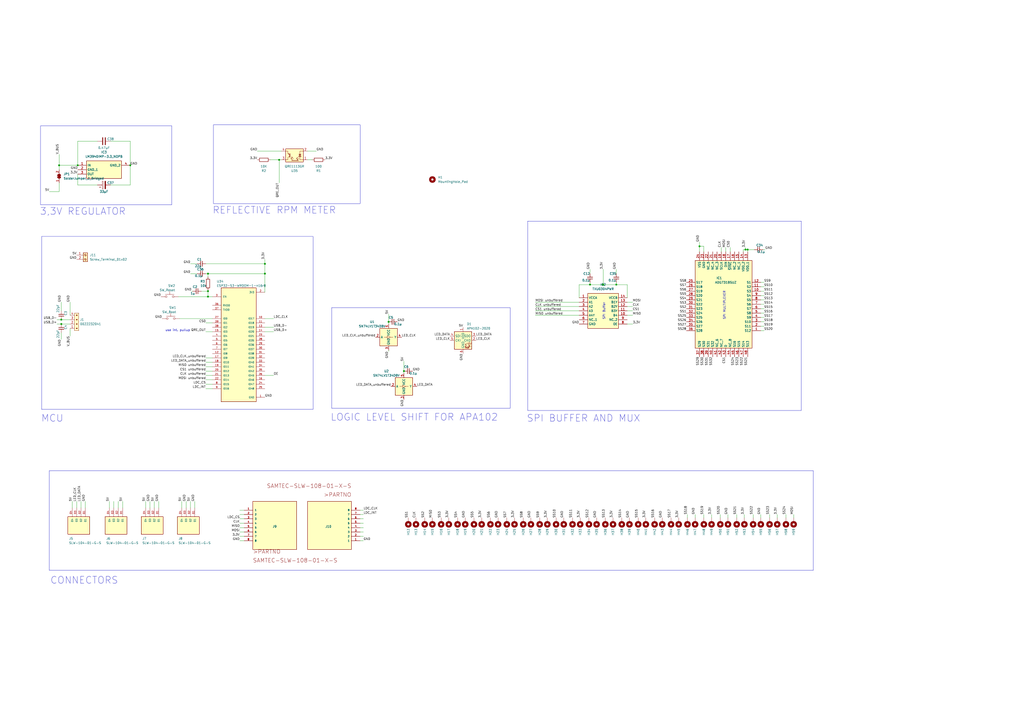
<source format=kicad_sch>
(kicad_sch (version 20230121) (generator eeschema)
  (paper "A2")
  (title_block (title "Rotor Platine") (date "2023-07-15"))
  (junction (at 35.56 185.42))
  (junction (at 161.925 92.71))
  (junction (at 357.505 165.1))
  (junction (at 34.29 95.885))
  (junction (at 45.085 95.885))
  (junction (at 120.65 168.91))
  (junction (at 153.67 158.75))
  (junction (at 35.56 187.96))
  (junction (at 120.65 172.085))
  (junction (at 225.425 186.69))
  (junction (at 234.315 215.265))
  (junction (at 342.265 165.1))
  (junction (at 153.67 153.035))
  (junction (at 349.885 165.1))
  (junction (at 432.435 144.78))
  (junction (at 433.705 144.78))
  (junction (at 405.765 142.875))
  (junction (at 75.565 95.885))
  (junction (at 120.65 158.75))
  (wire (pts (xy 310.515 180.34) (xy 335.915 180.34)))
  (wire (pts (xy 139.065 313.69) (xy 141.605 313.69)))
  (wire (pts (xy 34.29 95.885) (xy 34.29 98.425)))
  (wire (pts (xy 116.84 168.91) (xy 120.65 168.91)))
  (wire (pts (xy 310.515 177.8) (xy 335.915 177.8)))
  (wire (pts (xy 35.56 187.96) (xy 40.64 187.96)))
  (wire (pts (xy 139.065 311.15) (xy 141.605 311.15)))
  (wire (pts (xy 234.315 215.265) (xy 234.315 216.535)))
  (wire (pts (xy 335.915 165.1) (xy 335.915 172.72)))
  (wire (pts (xy 210.82 295.91) (xy 208.915 295.91)))
  (wire (pts (xy 89.535 290.83) (xy 89.535 294.64)))
  (wire (pts (xy 84.455 290.83) (xy 84.455 294.64)))
  (wire (pts (xy 349.885 165.1) (xy 357.505 165.1)))
  (wire (pts (xy 443.865 144.78) (xy 442.595 144.78)))
  (wire (pts (xy 443.23 191.77) (xy 441.325 191.77)))
  (wire (pts (xy 105.41 290.83) (xy 105.41 294.64)))
  (wire (pts (xy 210.82 303.53) (xy 208.915 303.53)))
  (wire (pts (xy 417.83 298.45) (xy 417.83 300.355)))
  (wire (pts (xy 153.67 158.75) (xy 153.67 169.545)))
  (wire (pts (xy 119.38 187.325) (xy 123.19 187.325)))
  (wire (pts (xy 443.23 166.37) (xy 441.325 166.37)))
  (wire (pts (xy 66.04 290.83) (xy 66.04 294.64)))
  (wire (pts (xy 28.575 111.125) (xy 34.29 111.125)))
  (wire (pts (xy 110.49 153.035) (xy 114.3 153.035)))
  (wire (pts (xy 158.75 217.805) (xy 153.67 217.805)))
  (wire (pts (xy 433.705 144.78) (xy 433.705 146.05)))
  (wire (pts (xy 210.82 300.99) (xy 208.915 300.99)))
  (wire (pts (xy 119.38 225.425) (xy 123.19 225.425)))
  (wire (pts (xy 310.515 175.26) (xy 335.915 175.26)))
  (wire (pts (xy 68.58 290.83) (xy 68.58 294.64)))
  (wire (pts (xy 398.78 298.45) (xy 398.78 300.355)))
  (wire (pts (xy 75.565 81.915) (xy 75.565 95.885)))
  (wire (pts (xy 436.88 298.45) (xy 436.88 300.355)))
  (wire (pts (xy 139.065 298.45) (xy 141.605 298.45)))
  (wire (pts (xy 44.45 290.83) (xy 44.45 294.64)))
  (wire (pts (xy 45.085 107.315) (xy 56.515 107.315)))
  (wire (pts (xy 422.275 298.45) (xy 422.275 300.355)))
  (wire (pts (xy 443.23 184.15) (xy 441.325 184.15)))
  (wire (pts (xy 64.135 107.315) (xy 75.565 107.315)))
  (wire (pts (xy 431.165 144.78) (xy 431.165 146.05)))
  (wire (pts (xy 120.65 168.91) (xy 120.65 172.085)))
  (wire (pts (xy 120.65 158.75) (xy 120.65 160.655)))
  (wire (pts (xy 210.82 298.45) (xy 208.915 298.45)))
  (wire (pts (xy 139.065 306.07) (xy 141.605 306.07)))
  (wire (pts (xy 431.8 298.45) (xy 431.8 300.355)))
  (wire (pts (xy 63.5 290.83) (xy 63.5 294.64)))
  (wire (pts (xy 119.38 212.725) (xy 123.19 212.725)))
  (wire (pts (xy 103.505 172.085) (xy 120.65 172.085)))
  (wire (pts (xy 139.065 303.53) (xy 141.605 303.53)))
  (wire (pts (xy 45.085 95.885) (xy 45.085 81.915)))
  (wire (pts (xy 40.64 190.5) (xy 40.64 194.945)))
  (wire (pts (xy 119.38 207.645) (xy 123.19 207.645)))
  (wire (pts (xy 180.975 92.71) (xy 178.435 92.71)))
  (wire (pts (xy 431.165 144.78) (xy 432.435 144.78)))
  (wire (pts (xy 357.505 156.21) (xy 357.505 158.75)))
  (wire (pts (xy 225.425 203.2) (xy 225.425 203.835)))
  (wire (pts (xy 342.265 165.1) (xy 349.885 165.1)))
  (wire (pts (xy 225.425 186.69) (xy 225.425 187.96)))
  (wire (pts (xy 443.23 189.23) (xy 441.325 189.23)))
  (wire (pts (xy 119.38 210.185) (xy 123.19 210.185)))
  (wire (pts (xy 443.23 179.07) (xy 441.325 179.07)))
  (wire (pts (xy 119.38 153.035) (xy 153.67 153.035)))
  (wire (pts (xy 158.75 192.405) (xy 153.67 192.405)))
  (wire (pts (xy 423.545 143.51) (xy 423.545 146.05)))
  (wire (pts (xy 104.14 184.785) (xy 123.19 184.785)))
  (wire (pts (xy 156.845 92.71) (xy 161.925 92.71)))
  (wire (pts (xy 34.29 106.045) (xy 34.29 111.125)))
  (wire (pts (xy 153.67 153.035) (xy 153.67 158.75)))
  (wire (pts (xy 443.23 171.45) (xy 441.325 171.45)))
  (wire (pts (xy 310.515 182.88) (xy 335.915 182.88)))
  (wire (pts (xy 45.085 81.915) (xy 56.515 81.915)))
  (wire (pts (xy 183.515 87.63) (xy 178.435 87.63)))
  (wire (pts (xy 357.505 165.1) (xy 363.855 165.1)))
  (wire (pts (xy 342.265 156.21) (xy 342.265 158.75)))
  (wire (pts (xy 120.65 158.75) (xy 153.67 158.75)))
  (wire (pts (xy 408.305 142.875) (xy 408.305 146.05)))
  (wire (pts (xy 443.23 186.69) (xy 441.325 186.69)))
  (wire (pts (xy 427.355 298.45) (xy 427.355 300.355)))
  (wire (pts (xy 119.38 217.805) (xy 123.19 217.805)))
  (wire (pts (xy 33.02 185.42) (xy 35.56 185.42)))
  (wire (pts (xy 119.38 222.885) (xy 123.19 222.885)))
  (wire (pts (xy 210.82 306.07) (xy 208.915 306.07)))
  (wire (pts (xy 443.23 163.83) (xy 441.325 163.83)))
  (wire (pts (xy 412.75 298.45) (xy 412.75 300.355)))
  (wire (pts (xy 421.005 143.51) (xy 421.005 146.05)))
  (wire (pts (xy 433.705 144.78) (xy 437.515 144.78)))
  (wire (pts (xy 75.565 107.315) (xy 75.565 95.885)))
  (wire (pts (xy 455.93 298.45) (xy 455.93 300.355)))
  (wire (pts (xy 92.075 290.83) (xy 92.075 294.64)))
  (wire (pts (xy 432.435 143.51) (xy 432.435 144.78)))
  (wire (pts (xy 367.03 180.34) (xy 363.855 180.34)))
  (wire (pts (xy 49.53 290.83) (xy 49.53 294.64)))
  (wire (pts (xy 64.135 81.915) (xy 75.565 81.915)))
  (wire (pts (xy 139.065 308.61) (xy 141.605 308.61)))
  (wire (pts (xy 443.23 168.91) (xy 441.325 168.91)))
  (wire (pts (xy 71.12 290.83) (xy 71.12 294.64)))
  (wire (pts (xy 149.225 87.63) (xy 163.195 87.63)))
  (wire (pts (xy 34.29 89.535) (xy 34.29 95.885)))
  (wire (pts (xy 210.82 311.15) (xy 208.915 311.15)))
  (wire (pts (xy 363.855 172.72) (xy 363.855 165.1)))
  (wire (pts (xy 46.99 290.83) (xy 46.99 294.64)))
  (wire (pts (xy 443.23 176.53) (xy 441.325 176.53)))
  (wire (pts (xy 119.38 192.405) (xy 123.19 192.405)))
  (wire (pts (xy 110.49 290.83) (xy 110.49 294.64)))
  (wire (pts (xy 86.995 290.83) (xy 86.995 294.64)))
  (wire (pts (xy 367.03 187.96) (xy 363.855 187.96)))
  (wire (pts (xy 110.49 158.75) (xy 114.3 158.75)))
  (wire (pts (xy 161.925 92.71) (xy 161.925 106.045)))
  (wire (pts (xy 123.19 172.085) (xy 120.65 172.085)))
  (wire (pts (xy 35.56 185.42) (xy 40.64 185.42)))
  (wire (pts (xy 139.065 300.99) (xy 141.605 300.99)))
  (wire (pts (xy 441.325 298.45) (xy 441.325 300.355)))
  (wire (pts (xy 432.435 144.78) (xy 433.705 144.78)))
  (wire (pts (xy 120.65 168.275) (xy 120.65 168.91)))
  (wire (pts (xy 225.425 182.245) (xy 225.425 186.69)))
  (wire (pts (xy 349.885 156.21) (xy 349.885 165.1)))
  (wire (pts (xy 210.82 313.69) (xy 208.915 313.69)))
  (wire (pts (xy 405.765 142.875) (xy 408.305 142.875)))
  (wire (pts (xy 405.765 140.335) (xy 405.765 142.875)))
  (wire (pts (xy 119.38 220.345) (xy 123.19 220.345)))
  (wire (pts (xy 40.64 175.26) (xy 40.64 182.88)))
  (wire (pts (xy 443.23 181.61) (xy 441.325 181.61)))
  (wire (pts (xy 408.305 298.45) (xy 408.305 300.355)))
  (wire (pts (xy 35.56 175.26) (xy 35.56 180.34)))
  (wire (pts (xy 460.375 298.45) (xy 460.375 300.355)))
  (wire (pts (xy 113.03 290.83) (xy 113.03 294.64)))
  (wire (pts (xy 335.915 165.1) (xy 342.265 165.1)))
  (wire (pts (xy 403.225 298.45) (xy 403.225 300.355)))
  (wire (pts (xy 153.67 150.495) (xy 153.67 153.035)))
  (wire (pts (xy 367.03 175.26) (xy 363.855 175.26)))
  (wire (pts (xy 357.505 165.1) (xy 357.505 163.83)))
  (wire (pts (xy 111.125 168.91) (xy 111.76 168.91)))
  (wire (pts (xy 367.03 177.8) (xy 363.855 177.8)))
  (wire (pts (xy 161.925 92.71) (xy 163.195 92.71)))
  (wire (pts (xy 443.23 173.99) (xy 441.325 173.99)))
  (wire (pts (xy 418.465 143.51) (xy 418.465 146.05)))
  (wire (pts (xy 367.03 182.88) (xy 363.855 182.88)))
  (wire (pts (xy 41.91 290.83) (xy 41.91 294.64)))
  (wire (pts (xy 107.95 290.83) (xy 107.95 294.64)))
  (wire (pts (xy 139.065 295.91) (xy 141.605 295.91)))
  (wire (pts (xy 405.765 142.875) (xy 405.765 146.05)))
  (wire (pts (xy 34.29 95.885) (xy 45.085 95.885)))
  (wire (pts (xy 119.38 215.265) (xy 123.19 215.265)))
  (wire (pts (xy 158.75 189.865) (xy 153.67 189.865)))
  (wire (pts (xy 446.405 298.45) (xy 446.405 300.355)))
  (wire (pts (xy 35.56 193.04) (xy 35.56 196.85)))
  (wire (pts (xy 158.75 184.785) (xy 153.67 184.785)))
  (wire (pts (xy 45.085 100.965) (xy 45.085 107.315)))
  (wire (pts (xy 210.82 308.61) (xy 208.915 308.61)))
  (wire (pts (xy 450.85 298.45) (xy 450.85 300.355)))
  (wire (pts (xy 33.02 187.96) (xy 35.56 187.96)))
  (wire (pts (xy 234.315 209.55) (xy 234.315 215.265)))
  (wire (pts (xy 119.38 158.75) (xy 120.65 158.75)))
  (wire (pts (xy 342.265 163.83) (xy 342.265 165.1)))
  (rectangle (start 306.07 128.27) (end 464.82 238.125))
  (rectangle (start 123.825 72.39) (end 208.915 118.11))
  (rectangle (start 23.495 73.025) (end 99.695 118.745))
  (rectangle (start 24.13 137.16) (end 181.61 237.49))
  (rectangle (start 192.405 178.435) (end 295.91 236.855))
  (rectangle (start 28.575 273.05) (end 471.805 330.835))
  (text "SPI MULTIPLEXER\n" (at 421.005 185.42 90) (effects (font (size 1.27 1.27)) (justify left bottom)))
  (text "MCU" (at 36.83 245.11 0) (effects (font (size 4 4)) (justify right bottom)))
  (text "REFLECTIVE RPM METER\n\n" (at 194.945 130.81 0) (effects (font (size 4 4)) (justify right bottom)))
  (text "SPI BUFFER AND MUX\n" (at 371.475 245.11 0) (effects (font (size 4 4)) (justify right bottom)))
  (text "LOGIC LEVEL SHIFT FOR APA102\n" (at 288.925 244.475 0) (effects (font (size 4 4)) (justify right bottom)))
  (text "CONNECTORS" (at 68.58 339.09 0) (effects (font (size 4 4)) (justify right bottom)))
  (text "use int. pullup" (at 95.885 192.405 0) (effects (font (size 1.27 1.27)) (justify left bottom)))
  (text "3,3V REGULATOR\n" (at 73.025 125.095 0) (effects (font (size 4 4)) (justify right bottom)))
  (text "SPI Buffer" (at 351.155 185.42 90) (effects (font (size 1.27 1.27)) (justify left bottom)))
  (label "SS10" (at 443.23 166.37 0))
  (label "SS4" (at 398.145 173.99 180))
  (label "GND" (at 35.56 196.85 270))
  (label "OE" (at 158.75 217.805 0))
  (label "SS22" (at 436.88 298.45 90))
  (label "USB_D-" (at 158.75 189.865 0))
  (label "CS1" (at 421.005 207.01 270))
  (label "GND" (at 268.605 205.105 270))
  (label "SS9" (at 443.23 163.83 0))
  (label "CLK" (at 367.03 177.8 0))
  (label "CS1 unbuffered" (at 119.38 215.265 180))
  (label "SS20" (at 443.23 191.77 0))
  (label "SS9" (at 313.055 300.355 90))
  (label "GND" (at 40.64 175.26 90))
  (label "5V" (at 225.425 182.245 90))
  (label "SS24" (at 455.93 298.45 90))
  (label "GND" (at 210.82 313.69 0))
  (label "MOSI" (at 460.375 298.45 90))
  (label "3.3V" (at 139.065 311.15 180))
  (label "3.3V" (at 450.85 298.45 90))
  (label "GND" (at 93.345 172.085 180))
  (label "GND" (at 149.225 87.63 180))
  (label "GND" (at 75.565 95.885 0))
  (label "GND" (at 443.865 144.78 0))
  (label "3.3V" (at 412.75 298.45 90))
  (label "LED_DATA" (at 46.99 290.83 90))
  (label "3.3V" (at 431.8 298.45 90))
  (label "SS1" (at 398.145 181.61 180))
  (label "3.3V" (at 188.595 92.71 0))
  (label "CLK unbuffered" (at 119.38 217.805 180))
  (label "GND" (at 335.915 187.96 180))
  (label "SS31" (at 410.845 207.01 270))
  (label "GND" (at 139.065 313.69 180))
  (label "MOSI unbuffered" (at 119.38 220.345 180))
  (label "3.3V" (at 279.4 300.355 90))
  (label "3.3V" (at 45.085 100.965 180))
  (label "SS32" (at 413.385 207.01 270))
  (label "SS27" (at 398.145 189.23 180))
  (label "SS12" (at 443.23 171.45 0))
  (label "USB_D-" (at 33.02 185.42 180))
  (label "SS18" (at 398.78 298.45 90))
  (label "3.3V" (at 374.65 300.355 90))
  (label "MOSI unbuffered" (at 310.515 175.26 0))
  (label "CS1" (at 367.03 180.34 0))
  (label "CS0" (at 423.545 143.51 90))
  (label "3.3V" (at 355.6 300.355 90))
  (label "GND" (at 113.03 290.83 90))
  (label "SS3" (at 255.905 300.355 90))
  (label "SS21" (at 433.705 207.01 270))
  (label "QRE_OUT" (at 119.38 192.405 180))
  (label "GND" (at 35.56 175.26 90))
  (label "GND" (at 288.925 300.355 90))
  (label "MISO" (at 367.03 182.88 0))
  (label "MISO unbuffered" (at 119.38 212.725 180))
  (label "SS13" (at 351.155 300.355 90))
  (label "SS1" (at 236.855 300.355 90))
  (label "SS15" (at 443.23 179.07 0))
  (label "GND" (at 110.49 158.75 180))
  (label "GND" (at 441.325 298.45 90))
  (label "CLK" (at 418.465 143.51 90))
  (label "LED_CLK" (at 233.045 195.58 0))
  (label "SS16" (at 443.23 181.61 0))
  (label "MISO unbuffered" (at 310.515 182.88 0))
  (label "5V" (at 41.91 290.83 90))
  (label "GND" (at 405.765 140.335 90))
  (label "MISO" (at 250.825 300.355 90))
  (label "GND" (at 45.085 98.425 180))
  (label "SS5" (at 398.145 171.45 180))
  (label "SS19" (at 408.305 298.45 90))
  (label "SS5" (at 274.955 300.355 90))
  (label "LED_DATA" (at 276.225 194.945 0))
  (label "SS14" (at 360.68 300.355 90))
  (label "CLK unbuffered" (at 310.515 177.8 0))
  (label "SS24" (at 426.085 207.01 270))
  (label "3.3V" (at 349.885 156.21 90))
  (label "LED_CLK_unbuffered" (at 217.805 195.58 180))
  (label "SS22" (at 431.165 207.01 270))
  (label "LED_CLK" (at 276.225 197.485 0))
  (label "SS10" (at 322.58 300.355 90))
  (label "LED_CLK" (at 260.985 197.485 180))
  (label "5V" (at 105.41 290.83 90))
  (label "5V" (at 234.315 209.55 90))
  (label "LED_CLK_unbuffered" (at 119.38 207.645 180))
  (label "SS14" (at 443.23 176.53 0))
  (label "GND" (at 239.395 215.265 0))
  (label "MISO" (at 139.065 306.07 180))
  (label "SS17" (at 443.23 184.15 0))
  (label "SS23" (at 428.625 207.01 270))
  (label "SS19" (at 443.23 189.23 0))
  (label "3.3V" (at 393.7 300.355 90))
  (label "3.3V" (at 260.35 300.355 90))
  (label "GND" (at 422.275 298.45 90))
  (label "GND" (at 346.075 300.355 90))
  (label "SS12" (at 341.63 300.355 90))
  (label "MOSI" (at 139.065 308.61 180))
  (label "LED_DATA" (at 241.935 224.155 0))
  (label "5V" (at 89.535 290.83 90))
  (label "LDC_INT" (at 119.38 225.425 180))
  (label "SS11" (at 443.23 168.91 0))
  (label "SS8" (at 303.53 300.355 90))
  (label "SS2" (at 398.145 179.07 180))
  (label "SS23" (at 446.405 298.45 90))
  (label "3.3V" (at 153.67 150.495 90))
  (label "SS15" (at 370.205 300.355 90))
  (label "V_BUS" (at 34.29 89.535 90))
  (label "SS17" (at 389.255 300.355 90))
  (label "LED_DATA_unbuffered" (at 119.38 210.185 180))
  (label "SS26" (at 398.145 186.69 180))
  (label "LDC_CS" (at 119.38 222.885 180))
  (label "CS0" (at 119.38 187.325 180))
  (label "GND" (at 269.875 300.355 90))
  (label "GND" (at 110.49 153.035 180))
  (label "GND" (at 403.225 298.45 90))
  (label "SS7" (at 294.005 300.355 90))
  (label "SS4" (at 265.43 300.355 90))
  (label "SS28" (at 398.145 191.77 180))
  (label "3.3V" (at 149.225 92.71 180))
  (label "GND" (at 153.67 230.505 0))
  (label "GND" (at 92.075 290.83 90))
  (label "5V" (at 63.5 290.83 90))
  (label "GND" (at 93.98 184.785 180))
  (label "SS30" (at 408.305 207.01 270))
  (label "GND" (at 44.45 150.495 180))
  (label "LED_DATA_unbuffered" (at 226.695 224.155 180))
  (label "MOSI" (at 421.005 143.51 90))
  (label "SS18" (at 443.23 186.69 0))
  (label "5V" (at 28.575 111.125 180))
  (label "SS16" (at 379.73 300.355 90))
  (label "3.3V" (at 317.5 300.355 90))
  (label "5V" (at 268.605 189.865 180))
  (label "SS25" (at 398.145 184.15 180))
  (label "GND" (at 225.425 203.835 270))
  (label "SS6" (at 398.145 168.91 180))
  (label "5V" (at 44.45 147.955 180))
  (label "V_BUS" (at 40.64 194.945 270))
  (label "SS6" (at 284.48 300.355 90))
  (label "MOSI" (at 367.03 175.26 0))
  (label "SS11" (at 332.105 300.355 90))
  (label "GND" (at 307.975 300.355 90))
  (label "LDC_CLK" (at 210.82 295.91 0))
  (label "GND" (at 107.95 290.83 90))
  (label "LED_CLK" (at 44.45 290.83 90))
  (label "GND" (at 384.175 300.355 90))
  (label "SS13" (at 443.23 173.99 0))
  (label "QRE_OUT" (at 161.925 106.045 270))
  (label "3.3V" (at 432.435 143.51 90))
  (label "3.3V" (at 367.03 187.96 0))
  (label "SS8" (at 398.145 163.83 180))
  (label "3.3V" (at 298.45 300.355 90))
  (label "LED_DATA" (at 260.985 194.945 180))
  (label "GND" (at 342.265 156.21 90))
  (label "5V" (at 84.455 290.83 90))
  (label "5V" (at 71.12 290.83 90))
  (label "3.3V" (at 336.55 300.355 90))
  (label "LDC_CLK" (at 158.75 184.785 0))
  (label "GND" (at 49.53 290.83 90))
  (label "LDC_INT" (at 210.82 298.45 0))
  (label "CS1 unbuffered" (at 310.515 180.34 0))
  (label "SS7" (at 398.145 166.37 180))
  (label "SS21" (at 427.355 298.45 90))
  (label "GND" (at 111.125 168.91 180))
  (label "CLK" (at 139.065 303.53 180))
  (label "GND" (at 86.995 290.83 90))
  (label "GND" (at 327.025 300.355 90))
  (label "GND" (at 234.315 231.775 270))
  (label "5V" (at 110.49 290.83 90))
  (label "SS2" (at 246.38 300.355 90))
  (label "GND" (at 365.125 300.355 90))
  (label "CLK" (at 241.3 300.355 90))
  (label "USB_D+" (at 158.75 192.405 0))
  (label "SS3" (at 398.145 176.53 180))
  (label "GND" (at 183.515 87.63 0))
  (label "SS20" (at 417.83 298.45 90))
  (label "LDC_CS" (at 139.065 300.99 180))
  (label "SS29" (at 405.765 207.01 270))
  (label "GND" (at 230.505 186.69 0))
  (label "GND" (at 357.505 156.21 90))
  (label "USB_D+" (at 33.02 187.96 180))
  (symbol (lib_id "Mechanical:MountingHole_Pad") (at 355.6 302.895 180) (unit 1)
    (property "Reference" "H37" (at 355.6 310.515 90) (effects (justify right)))
    (property "Value" "MountingHole_Pad" (effects hide))
    (property "Footprint" "Own_Library:mill_max - 0670 RECEPTACLE WITH NO TAIL" (effects hide))
  )
  (symbol (lib_id "TXU0304PWR:TXU0304PWR") (at 335.915 172.72 0) (unit 1)
    (property "Reference" "IC2" (at 349.885 165.1 0))
    (property "Value" "TXU0304PWR" (at 349.885 167.64 0))
    (property "Footprint" "Package_SO:TSSOP-14_4.4x5mm_P0.65mm" (effects hide))
    (property "Datasheet" "https://www.ti.com/lit/ds/symlink/txu0304.pdf?ts=1627717511667&ref_url=https%253A%252F%252Fwww.ti.com%252Fproduct%252FTXU0304" (effects hide))
    (property "Height" "1.2" (effects hide))
    (property "Manufacturer_Name" "Texas Instruments" (effects hide))
    (property "Manufacturer_Part_Number" "TXU0304PWR" (effects hide))
    (property "Mouser Part Number" "595-TXU0304PWR" (effects hide))
    (property "Mouser Price/Stock" "https://www.mouser.co.uk/ProductDetail/Texas-Instruments/TXU0304PWR?qs=QNEnbhJQKvZVYXIKZoXs0A%3D%3D" (effects hide))
    (property "Arrow Part Number" "TXU0304PWR" (effects hide))
    (property "Arrow Price/Stock" "https://www.arrow.com/en/products/txu0304pwr/texas-instruments?region=nac" (effects hide))
  )
  (symbol (lib_id "Mechanical:MountingHole_Pad") (at 431.8 302.895 180) (unit 1)
    (property "Reference" "H53" (at 431.8 310.515 90) (effects (justify right)))
    (property "Value" "MountingHole_Pad" (effects hide))
    (property "Footprint" "Own_Library:mill_max - 0670 RECEPTACLE WITH NO TAIL" (effects hide))
  )
  (symbol (lib_id "Device:C_Small") (at 236.855 215.265 270) (mirror x) (unit 1)
    (property "Reference" "C6" (at 234.315 212.725 90) (effects (justify left)))
    (property "Value" "0.1µ" (at 237.49 216.535 90) (effects (justify left)))
    (property "Footprint" "Capacitor_SMD:C_0402_1005Metric" (effects hide))
  )
  (symbol (lib_id "Mechanical:MountingHole_Pad") (at 279.4 302.895 180) (unit 1)
    (property "Reference" "H21" (at 279.4 310.515 90) (effects (justify right)))
    (property "Value" "MountingHole_Pad" (effects hide))
    (property "Footprint" "Own_Library:mill_max - 0670 RECEPTACLE WITH NO TAIL" (effects hide))
  )
  (symbol (lib_id "Mechanical:MountingHole_Pad") (at 322.58 302.895 180) (unit 1)
    (property "Reference" "H30" (at 322.58 310.515 90) (effects (justify right)))
    (property "Value" "MountingHole_Pad" (effects hide))
    (property "Footprint" "Own_Library:mill_max - 0670 RECEPTACLE WITH NO TAIL" (effects hide))
  )
  (symbol (lib_id "SAMTEC-SLW-108-01-X-S:SAMTEC-SLW-108-01-X-S") (at 146.685 295.91 0) (unit 1)
    (property "Reference" "J9" (at 158.115 305.435 0) (effects (justify left)))
    (property "Value" "SAMTEC-SLW-108-01-X-S" (effects hide))
    (property "Footprint" "Own_Library:SAMTEC-SLW-108-01-X-S" (effects hide))
  )
  (symbol (lib_id "Mechanical:MountingHole_Pad") (at 327.025 302.895 180) (unit 1)
    (property "Reference" "H31" (at 327.025 310.515 90) (effects (justify right)))
    (property "Value" "MountingHole_Pad" (effects hide))
    (property "Footprint" "Own_Library:mill_max - 0670 RECEPTACLE WITH NO TAIL" (effects hide))
  )
  (symbol (lib_id "Mechanical:MountingHole") (at 250.825 104.14 0) (unit 1)
    (property "Reference" "H1" (at 254 102.87 0) (effects (justify left)))
    (property "Value" "MountingHole_Pad" (at 254 105.41 0) (effects (justify left)))
    (property "Footprint" "Own_Library:MountingHole_M2_own" (effects hide))
  )
  (symbol (lib_id "Device:R") (at 153.035 92.71 270) (unit 1)
    (property "Reference" "R2" (at 153.035 99.06 90))
    (property "Value" "10K" (at 153.035 96.52 90))
    (property "Footprint" "Resistor_SMD:R_0402_1005Metric" (effects hide))
  )
  (symbol (lib_id "LM3940IMP-3_3_NOPB:LM3940IMP-3.3_NOPB") (at 45.085 95.885 0) (unit 1)
    (property "Reference" "IC3" (at 60.325 88.265 0))
    (property "Value" "LM3940IMP-3.3_NOPB" (at 60.325 90.805 0))
    (property "Footprint" "Package_TO_SOT_SMD:SOT-223" (effects hide))
    (property "Datasheet" "http://www.ti.com/lit/ds/symlink/lm3940.pdf" (effects hide))
    (property "Height" "1.8" (effects hide))
    (property "Manufacturer_Name" "Texas Instruments" (effects hide))
    (property "Manufacturer_Part_Number" "LM3940IMP-3.3/NOPB" (effects hide))
    (property "Mouser Part Number" "926-LM3940IMP3.3NOPB" (effects hide))
    (property "Mouser Price/Stock" "https://www.mouser.co.uk/ProductDetail/Texas-Instruments/LM3940IMP-3.3-NOPB?qs=QbsRYf82W3EIVCEt3IRFTQ%3D%3D" (effects hide))
    (property "Arrow Part Number" "LM3940IMP-3.3/NOPB" (effects hide))
    (property "Arrow Price/Stock" "https://www.arrow.com/en/products/lm3940imp-3.3nopb/texas-instruments?region=nac" (effects hide))
  )
  (symbol (lib_id "Mechanical:MountingHole_Pad") (at 436.88 302.895 180) (unit 1)
    (property "Reference" "H54" (at 436.88 310.515 90) (effects (justify right)))
    (property "Value" "MountingHole_Pad" (effects hide))
    (property "Footprint" "Own_Library:mill_max - 0670 RECEPTACLE WITH NO TAIL" (effects hide))
  )
  (symbol (lib_id "SLW-104-01-G-S:SLW-104-01-G-S") (at 110.49 304.8 270) (unit 1)
    (property "Reference" "J8" (at 103.505 312.42 90) (effects (justify left)))
    (property "Value" "SLW-104-01-G-S" (at 103.505 314.96 90) (effects (justify left)))
    (property "Footprint" "Own_Library:SAMTEC_SLW-104-01-G-S" (effects hide))
    (property "PARTREV" "B" (effects hide))
    (property "SNAPEDA_PN" "SLW-104-01-T-S" (effects hide))
    (property "STANDARD" "Manufactuer Recommendations" (effects hide))
    (property "MAXIMUM_PACKAGE_HEIGHT" "4.57mm" (effects hide))
    (property "MANUFACTURER" "Samtec" (effects hide))
  )
  (symbol (lib_id "Mechanical:MountingHole_Pad") (at 360.68 302.895 180) (unit 1)
    (property "Reference" "H38" (at 360.68 310.515 90) (effects (justify right)))
    (property "Value" "MountingHole_Pad" (effects hide))
    (property "Footprint" "Own_Library:mill_max - 0670 RECEPTACLE WITH NO TAIL" (effects hide))
  )
  (symbol (lib_id "Mechanical:MountingHole_Pad") (at 336.55 302.895 180) (unit 1)
    (property "Reference" "H33" (at 336.55 310.515 90) (effects (justify right)))
    (property "Value" "MountingHole_Pad" (effects hide))
    (property "Footprint" "Own_Library:mill_max - 0670 RECEPTACLE WITH NO TAIL" (effects hide))
  )
  (symbol (lib_id "Mechanical:MountingHole_Pad") (at 450.85 302.895 180) (unit 1)
    (property "Reference" "H57" (at 450.85 310.515 90) (effects (justify right)))
    (property "Value" "MountingHole_Pad" (effects hide))
    (property "Footprint" "Own_Library:mill_max - 0670 RECEPTACLE WITH NO TAIL" (effects hide))
  )
  (symbol (lib_id "Mechanical:MountingHole_Pad") (at 346.075 302.895 180) (unit 1)
    (property "Reference" "H35" (at 346.075 310.515 90) (effects (justify right)))
    (property "Value" "MountingHole_Pad" (effects hide))
    (property "Footprint" "Own_Library:mill_max - 0670 RECEPTACLE WITH NO TAIL" (effects hide))
  )
  (symbol (lib_id "Mechanical:MountingHole_Pad") (at 303.53 302.895 180) (unit 1)
    (property "Reference" "H26" (at 303.53 310.515 90) (effects (justify right)))
    (property "Value" "MountingHole_Pad" (effects hide))
    (property "Footprint" "Own_Library:mill_max - 0670 RECEPTACLE WITH NO TAIL" (effects hide))
  )
  (symbol (lib_id "SLW-104-01-G-S:SLW-104-01-G-S") (at 68.58 304.8 270) (unit 1)
    (property "Reference" "J6" (at 61.595 312.42 90) (effects (justify left)))
    (property "Value" "SLW-104-01-G-S" (at 61.595 314.96 90) (effects (justify left)))
    (property "Footprint" "Own_Library:SAMTEC_SLW-104-01-G-S" (effects hide))
    (property "PARTREV" "B" (effects hide))
    (property "SNAPEDA_PN" "SLW-104-01-T-S" (effects hide))
    (property "STANDARD" "Manufactuer Recommendations" (effects hide))
    (property "MAXIMUM_PACKAGE_HEIGHT" "4.57mm" (effects hide))
    (property "MANUFACTURER" "Samtec" (effects hide))
  )
  (symbol (lib_id "Mechanical:MountingHole_Pad") (at 341.63 302.895 180) (unit 1)
    (property "Reference" "H34" (at 341.63 310.515 90) (effects (justify right)))
    (property "Value" "MountingHole_Pad" (effects hide))
    (property "Footprint" "Own_Library:mill_max - 0670 RECEPTACLE WITH NO TAIL" (effects hide))
  )
  (symbol (lib_id "Device:C_Small") (at 116.84 158.75 270) (mirror x) (unit 1)
    (property "Reference" "C36" (at 114.3 156.21 90) (effects (justify left)))
    (property "Value" "0.1µ" (at 113.03 160.02 90) (effects (justify left)))
    (property "Footprint" "Capacitor_SMD:C_0402_1005Metric" (effects hide))
  )
  (symbol (lib_id "Mechanical:MountingHole_Pad") (at 422.275 302.895 180) (unit 1)
    (property "Reference" "H51" (at 422.275 310.515 90) (effects (justify right)))
    (property "Value" "MountingHole_Pad" (effects hide))
    (property "Footprint" "Own_Library:mill_max - 0670 RECEPTACLE WITH NO TAIL" (effects hide))
  )
  (symbol (lib_id "Mechanical:MountingHole_Pad") (at 365.125 302.895 180) (unit 1)
    (property "Reference" "H39" (at 365.125 310.515 90) (effects (justify right)))
    (property "Value" "MountingHole_Pad" (effects hide))
    (property "Footprint" "Own_Library:mill_max - 0670 RECEPTACLE WITH NO TAIL" (effects hide))
  )
  (symbol (lib_id "Mechanical:MountingHole_Pad") (at 288.925 302.895 180) (unit 1)
    (property "Reference" "H23" (at 288.925 310.515 90) (effects (justify right)))
    (property "Value" "MountingHole_Pad" (effects hide))
    (property "Footprint" "Own_Library:mill_max - 0670 RECEPTACLE WITH NO TAIL" (effects hide))
  )
  (symbol (lib_id "Mechanical:MountingHole_Pad") (at 294.005 302.895 180) (unit 1)
    (property "Reference" "H24" (at 294.005 310.515 90) (effects (justify right)))
    (property "Value" "MountingHole_Pad" (effects hide))
    (property "Footprint" "Own_Library:mill_max - 0670 RECEPTACLE WITH NO TAIL" (effects hide))
  )
  (symbol (lib_id "Mechanical:MountingHole_Pad") (at 332.105 302.895 180) (unit 1)
    (property "Reference" "H32" (at 332.105 310.515 90) (effects (justify right)))
    (property "Value" "MountingHole_Pad" (effects hide))
    (property "Footprint" "Own_Library:mill_max - 0670 RECEPTACLE WITH NO TAIL" (effects hide))
  )
  (symbol (lib_id "Mechanical:MountingHole_Pad") (at 412.75 302.895 180) (unit 1)
    (property "Reference" "H49" (at 412.75 310.515 90) (effects (justify right)))
    (property "Value" "MountingHole_Pad" (effects hide))
    (property "Footprint" "Own_Library:mill_max - 0670 RECEPTACLE WITH NO TAIL" (effects hide))
  )
  (symbol (lib_id "Mechanical:MountingHole_Pad") (at 403.225 302.895 180) (unit 1)
    (property "Reference" "H47" (at 403.225 310.515 90) (effects (justify right)))
    (property "Value" "MountingHole_Pad" (effects hide))
    (property "Footprint" "Own_Library:mill_max - 0670 RECEPTACLE WITH NO TAIL" (effects hide))
  )
  (symbol (lib_id "Device:C_Small") (at 227.965 186.69 270) (mirror x) (unit 1)
    (property "Reference" "C5" (at 225.425 184.15 90) (effects (justify left)))
    (property "Value" "0.1µ" (at 228.6 187.96 90) (effects (justify left)))
    (property "Footprint" "Capacitor_SMD:C_0402_1005Metric" (effects hide))
  )
  (symbol (lib_id "ESP32-S3-WROOM-1-N16R2:ESP32-S3-WROOM-1-N16R2") (at 138.43 200.025 0) (unit 1)
    (property "Reference" "U34" (at 125.73 163.195 0) (effects (justify left)))
    (property "Value" "ESP32-S3-WROOM-1-n16r8" (at 125.73 165.735 0) (effects (justify left)))
    (property "Footprint" "Own_Library:ESP32-S3-WROOM-1-N16R2" (effects hide))
    (property "Datasheet" "https://www.espressif.com/sites/default/files/documentation/esp32-wroom-32_datasheet_en.pdf" (effects hide))
    (property "MF" "Espressif Systems" (effects hide))
    (property "MAXIMUM_PACKAGE_HEIGHT" "3.25mm" (effects hide))
    (property "Package" "NON STANDARD Espressif Systems" (effects hide))
    (property "Price" "None" (effects hide))
    (property "Check_prices" "https://www.snapeda.com/parts/ESP32-S3-WROOM-1-N16R2/Espressif+Systems/view-part/?ref=eda" (effects hide))
    (property "STANDARD" "Manufacturer Recommendations" (effects hide))
    (property "PARTREV" "v1.0" (effects hide))
    (property "SnapEDA_Link" "https://www.snapeda.com/parts/ESP32-S3-WROOM-1-N16R2/Espressif+Systems/view-part/?ref=snap" (effects hide))
    (property "MP" "ESP32-S3-WROOM-1-N16R8" (effects hide))
    (property "Purchase-URL" "https://www.snapeda.com/api/url_track_click_mouser/?unipart_id=11099128&manufacturer=Espressif Systems&part_name=ESP32-S3-WROOM-1-N16R2&search_term=None" (effects hide))
    (property "Description" "\nBluetooth, WiFi 802.11b/g/n, Bluetooth v5.0 Transceiver Module 2.4GHz PCB Trace Surface Mount\n" (effects hide))
    (property "Availability" "In Stock" (effects hide))
    (property "MANUFACTURER" "Espressif" (effects hide))
  )
  (symbol (lib_id "Mechanical:MountingHole_Pad") (at 417.83 302.895 180) (unit 1)
    (property "Reference" "H50" (at 417.83 310.515 90) (effects (justify right)))
    (property "Value" "MountingHole_Pad" (effects hide))
    (property "Footprint" "Own_Library:mill_max - 0670 RECEPTACLE WITH NO TAIL" (effects hide))
  )
  (symbol (lib_id "Mechanical:MountingHole_Pad") (at 446.405 302.895 180) (unit 1)
    (property "Reference" "H56" (at 446.405 310.515 90) (effects (justify right)))
    (property "Value" "MountingHole_Pad" (effects hide))
    (property "Footprint" "Own_Library:mill_max - 0670 RECEPTACLE WITH NO TAIL" (effects hide))
  )
  (symbol (lib_id "Switch:SW_Push") (at 99.06 184.785 0) (unit 1)
    (property "Reference" "SW1" (at 102.235 178.435 0) (effects (justify right)))
    (property "Value" "SW_Boot" (at 102.235 180.975 0) (effects (justify right)))
    (property "Footprint" "Button_Switch_SMD:SW_SPST_B3U-1000P" (effects hide))
  )
  (symbol (lib_id "SLW-104-01-G-S:SLW-104-01-G-S") (at 46.99 304.8 270) (unit 1)
    (property "Reference" "J5" (at 40.005 312.42 90) (effects (justify left)))
    (property "Value" "SLW-104-01-G-S" (at 40.005 314.96 90) (effects (justify left)))
    (property "Footprint" "Own_Library:SAMTEC_SLW-104-01-G-S" (effects hide))
    (property "PARTREV" "B" (effects hide))
    (property "SNAPEDA_PN" "SLW-104-01-T-S" (effects hide))
    (property "STANDARD" "Manufactuer Recommendations" (effects hide))
    (property "MAXIMUM_PACKAGE_HEIGHT" "4.57mm" (effects hide))
    (property "MANUFACTURER" "Samtec" (effects hide))
  )
  (symbol (lib_id "Jumper:SolderJumper_2_Bridged") (at 34.29 102.235 90) (unit 1)
    (property "Reference" "JP1" (at 36.83 100.965 90) (effects (justify right)))
    (property "Value" "SolderJumper_2_Bridged" (at 36.83 103.505 90) (effects (justify right)))
    (property "Footprint" "Jumper:SolderJumper-2_P1.3mm_Open_Pad1.0x1.5mm" (effects hide))
  )
  (symbol (lib_id "Device:C_Small") (at 35.56 190.5 0) (mirror y) (unit 1)
    (property "Reference" "C4" (at 38.1 191.135 90) (effects (justify left)))
    (property "Value" "22pF" (at 33.655 196.215 90) (effects (justify left)))
    (property "Footprint" "Capacitor_SMD:C_0402_1005Metric" (effects hide))
  )
  (symbol (lib_id "Mechanical:MountingHole_Pad") (at 260.35 302.895 180) (unit 1)
    (property "Reference" "H17" (at 260.35 310.515 90) (effects (justify right)))
    (property "Value" "MountingHole_Pad" (effects hide))
    (property "Footprint" "Own_Library:mill_max - 0670 RECEPTACLE WITH NO TAIL" (effects hide))
  )
  (symbol (lib_id "Mechanical:MountingHole_Pad") (at 246.38 302.895 180) (unit 1)
    (property "Reference" "H14" (at 246.38 310.515 90) (effects (justify right)))
    (property "Value" "MountingHole_Pad" (effects hide))
    (property "Footprint" "Own_Library:mill_max - 0670 RECEPTACLE WITH NO TAIL" (effects hide))
  )
  (symbol (lib_id "Mechanical:MountingHole_Pad") (at 427.355 302.895 180) (unit 1)
    (property "Reference" "H52" (at 427.355 310.515 90) (effects (justify right)))
    (property "Value" "MountingHole_Pad" (effects hide))
    (property "Footprint" "Own_Library:mill_max - 0670 RECEPTACLE WITH NO TAIL" (effects hide))
  )
  (symbol (lib_id "Device:R") (at 184.785 92.71 270) (unit 1)
    (property "Reference" "R1" (at 184.785 99.06 90))
    (property "Value" "100" (at 184.785 96.52 90))
    (property "Footprint" "Resistor_SMD:R_0402_1005Metric" (effects hide))
  )
  (symbol (lib_id "ADG731BSUZ:ADG731BSUZ") (at 441.325 191.77 180) (unit 1)
    (property "Reference" "IC1" (at 417.195 161.29 0))
    (property "Value" "ADG731BSUZ" (at 421.005 163.83 0))
    (property "Footprint" "Package_QFP:TQFP-48_7x7mm_P0.5mm" (effects hide))
    (property "Datasheet" "https://datasheet.datasheetarchive.com/originals/distributors/Datasheets-4/DSA-69834.pdf" (effects hide))
    (property "Height" "1.2" (effects hide))
    (property "Manufacturer_Name" "Analog Devices" (effects hide))
    (property "Manufacturer_Part_Number" "ADG731BSUZ" (effects hide))
    (property "Mouser Part Number" "584-ADG731BSUZ" (effects hide))
    (property "Mouser Price/Stock" "https://www.mouser.co.uk/ProductDetail/Analog-Devices/ADG731BSUZ?qs=BpaRKvA4VqEJueulxDCy6w%3D%3D" (effects hide))
    (property "Arrow Part Number" "ADG731BSUZ" (effects hide))
    (property "Arrow Price/Stock" "https://www.arrow.com/en/products/adg731bsuz/analog-devices?region=nac" (effects hide))
  )
  (symbol (lib_id "Sensor_Proximity:QRE1113GR") (at 170.815 90.17 180) (unit 1)
    (property "Reference" "U35" (at 170.815 99.06 0))
    (property "Value" "QRE1113GR" (at 170.815 96.52 0))
    (property "Footprint" "OptoDevice:OnSemi_CASE100CY" (effects hide))
    (property "Datasheet" "http://www.onsemi.com/pub/Collateral/QRE1113-D.PDF" (effects hide))
  )
  (symbol (lib_id "Mechanical:MountingHole_Pad") (at 269.875 302.895 180) (unit 1)
    (property "Reference" "H19" (at 269.875 310.515 90) (effects (justify right)))
    (property "Value" "MountingHole_Pad" (effects hide))
    (property "Footprint" "Own_Library:mill_max - 0670 RECEPTACLE WITH NO TAIL" (effects hide))
  )
  (symbol (lib_id "Mechanical:MountingHole_Pad") (at 460.375 302.895 180) (unit 1)
    (property "Reference" "H59" (at 460.375 310.515 90) (effects (justify right)))
    (property "Value" "MountingHole_Pad" (effects hide))
    (property "Footprint" "Own_Library:mill_max - 0670 RECEPTACLE WITH NO TAIL" (effects hide))
  )
  (symbol (lib_id "Mechanical:MountingHole_Pad") (at 441.325 302.895 180) (unit 1)
    (property "Reference" "H55" (at 441.325 310.515 90) (effects (justify right)))
    (property "Value" "MountingHole_Pad" (effects hide))
    (property "Footprint" "Own_Library:mill_max - 0670 RECEPTACLE WITH NO TAIL" (effects hide))
  )
  (symbol (lib_id "Device:R") (at 120.65 164.465 0) (unit 1)
    (property "Reference" "R3" (at 116.205 163.195 0) (effects (justify left)))
    (property "Value" "10k" (at 116.205 165.735 0) (effects (justify left)))
    (property "Footprint" "Resistor_SMD:R_0402_1005Metric" (effects hide))
  )
  (symbol (lib_id "Mechanical:MountingHole_Pad") (at 351.155 302.895 180) (unit 1)
    (property "Reference" "H36" (at 351.155 310.515 90) (effects (justify right)))
    (property "Value" "MountingHole_Pad" (effects hide))
    (property "Footprint" "Own_Library:mill_max - 0670 RECEPTACLE WITH NO TAIL" (effects hide))
  )
  (symbol (lib_id "Mechanical:MountingHole_Pad") (at 317.5 302.895 180) (unit 1)
    (property "Reference" "H29" (at 317.5 310.515 90) (effects (justify right)))
    (property "Value" "MountingHole_Pad" (effects hide))
    (property "Footprint" "Own_Library:mill_max - 0670 RECEPTACLE WITH NO TAIL" (effects hide))
  )
  (symbol (lib_id "Device:C") (at 60.325 81.915 90) (unit 1)
    (property "Reference" "C38" (at 64.135 80.645 90))
    (property "Value" "0.47µF" (at 60.325 85.725 90))
    (property "Footprint" "Capacitor_SMD:C_0603_1608Metric" (effects hide))
  )
  (symbol (lib_id "Device:C_Small") (at 342.265 161.29 180) (unit 1)
    (property "Reference" "C12" (at 342.265 158.75 0) (effects (justify left)))
    (property "Value" "0.1µ" (at 342.265 162.56 0) (effects (justify left)))
    (property "Footprint" "Capacitor_SMD:C_0402_1005Metric" (effects hide))
  )
  (symbol (lib_id "Device:C_Small") (at 357.505 161.29 180) (unit 1)
    (property "Reference" "C35" (at 357.505 158.75 0) (effects (justify left)))
    (property "Value" "0.1µ" (at 357.505 162.56 0) (effects (justify left)))
    (property "Footprint" "Capacitor_SMD:C_0402_1005Metric" (effects hide))
  )
  (symbol (lib_id "SAMTEC-SLW-108-01-X-S:SAMTEC-SLW-108-01-X-S") (at 203.835 313.69 180) (unit 1)
    (property "Reference" "J10" (at 190.5 305.435 0))
    (property "Value" "SAMTEC-SLW-108-01-X-S" (effects hide))
    (property "Footprint" "Own_Library:SAMTEC-SLW-108-01-X-S" (effects hide))
  )
  (symbol (lib_id "Mechanical:MountingHole_Pad") (at 393.7 302.895 180) (unit 1)
    (property "Reference" "H45" (at 393.7 310.515 90) (effects (justify right)))
    (property "Value" "MountingHole_Pad" (effects hide))
    (property "Footprint" "Own_Library:mill_max - 0670 RECEPTACLE WITH NO TAIL" (effects hide))
  )
  (symbol (lib_id "Device:C_Small") (at 114.3 168.91 270) (mirror x) (unit 1)
    (property "Reference" "C2" (at 111.76 166.37 90) (effects (justify left)))
    (property "Value" "1µ" (at 110.49 170.18 90) (effects (justify left)))
    (property "Footprint" "Capacitor_SMD:C_0402_1005Metric" (effects hide))
  )
  (symbol (lib_id "ConnectorZZ:Screw_Terminal_01x02") (at 49.53 147.955 0) (unit 1)
    (property "Reference" "J11" (at 52.07 147.955 0) (effects (justify left)))
    (property "Value" "Screw_Terminal_01x02" (at 52.07 150.495 0) (effects (justify left)))
    (property "Footprint" "TerminalBlock_Phoenix:TerminalBlock_Phoenix_MKDS-1,5-2-5.08_1x02_P5.08mm_Horizontal" (effects hide))
  )
  (symbol (lib_id "Mechanical:MountingHole_Pad") (at 274.955 302.895 180) (unit 1)
    (property "Reference" "H20" (at 274.955 310.515 90) (effects (justify right)))
    (property "Value" "MountingHole_Pad" (effects hide))
    (property "Footprint" "Own_Library:mill_max - 0670 RECEPTACLE WITH NO TAIL" (effects hide))
  )
  (symbol (lib_id "Mechanical:MountingHole_Pad") (at 374.65 302.895 180) (unit 1)
    (property "Reference" "H41" (at 374.65 310.515 90) (effects (justify right)))
    (property "Value" "MountingHole_Pad" (effects hide))
    (property "Footprint" "Own_Library:mill_max - 0670 RECEPTACLE WITH NO TAIL" (effects hide))
  )
  (symbol (lib_id "Device:C_Small") (at 35.56 182.88 0) (mirror x) (unit 1)
    (property "Reference" "C3" (at 38.1 180.34 90) (effects (justify left)))
    (property "Value" "22pF" (at 33.655 176.53 90) (effects (justify left)))
    (property "Footprint" "Capacitor_SMD:C_0402_1005Metric" (effects hide))
  )
  (symbol (lib_id "LED:APA102-2020") (at 268.605 197.485 0) (unit 1)
    (property "Reference" "D1" (at 270.7991 187.96 0) (effects (justify left)))
    (property "Value" "APA102-2020" (at 270.7991 190.5 0) (effects (justify left)))
    (property "Footprint" "LED_SMD:LED-APA102-2020" (effects hide))
    (property "Datasheet" "http://www.led-color.com/upload/201604/APA102-2020%20SMD%20LED.pdf" (effects hide))
  )
  (symbol (lib_id "Device:C_Small") (at 440.055 144.78 90) (unit 1)
    (property "Reference" "C34" (at 442.595 142.24 90) (effects (justify left)))
    (property "Value" "0.1µ" (at 443.865 146.05 90) (effects (justify left)))
    (property "Footprint" "Capacitor_SMD:C_0402_1005Metric" (effects hide))
  )
  (symbol (lib_id "Mechanical:MountingHole_Pad") (at 265.43 302.895 180) (unit 1)
    (property "Reference" "H18" (at 265.43 310.515 90) (effects (justify right)))
    (property "Value" "MountingHole_Pad" (effects hide))
    (property "Footprint" "Own_Library:mill_max - 0670 RECEPTACLE WITH NO TAIL" (effects hide))
  )
  (symbol (lib_id "Mechanical:MountingHole_Pad") (at 298.45 302.895 180) (unit 1)
    (property "Reference" "H25" (at 298.45 310.515 90) (effects (justify right)))
    (property "Value" "MountingHole_Pad" (effects hide))
    (property "Footprint" "Own_Library:mill_max - 0670 RECEPTACLE WITH NO TAIL" (effects hide))
  )
  (symbol (lib_id "Mechanical:MountingHole_Pad") (at 307.975 302.895 180) (unit 1)
    (property "Reference" "H27" (at 307.975 310.515 90) (effects (justify right)))
    (property "Value" "MountingHole_Pad" (effects hide))
    (property "Footprint" "Own_Library:mill_max - 0670 RECEPTACLE WITH NO TAIL" (effects hide))
  )
  (symbol (lib_id "Mechanical:MountingHole_Pad") (at 284.48 302.895 180) (unit 1)
    (property "Reference" "H22" (at 284.48 310.515 90) (effects (justify right)))
    (property "Value" "MountingHole_Pad" (effects hide))
    (property "Footprint" "Own_Library:mill_max - 0670 RECEPTACLE WITH NO TAIL" (effects hide))
  )
  (symbol (lib_id "Device:C_Small") (at 116.84 153.035 270) (mirror x) (unit 1)
    (property "Reference" "C1" (at 114.3 150.495 90) (effects (justify left)))
    (property "Value" "22µ" (at 113.03 154.305 90) (effects (justify left)))
    (property "Footprint" "Capacitor_SMD:C_0402_1005Metric" (effects hide))
  )
  (symbol (lib_id "Device:C_Polarized") (at 60.325 107.315 90) (unit 1)
    (property "Reference" "C37" (at 64.135 106.045 90))
    (property "Value" "33µF" (at 60.325 111.125 90))
    (property "Footprint" "Capacitor_Tantalum_SMD:CP_EIA-3528-15_AVX-H" (effects hide))
  )
  (symbol (lib_id "Mechanical:MountingHole_Pad") (at 455.93 302.895 180) (unit 1)
    (property "Reference" "H58" (at 455.93 310.515 90) (effects (justify right)))
    (property "Value" "MountingHole_Pad" (effects hide))
    (property "Footprint" "Own_Library:mill_max - 0670 RECEPTACLE WITH NO TAIL" (effects hide))
  )
  (symbol (lib_name "MountingHole_Pad_1") (lib_id "Mechanical:MountingHole_Pad") (at 236.855 302.895 180) (unit 1)
    (property "Reference" "H12" (at 236.855 310.515 90) (effects (justify right)))
    (property "Value" "MountingHole_Pad" (effects hide))
    (property "Footprint" "Own_Library:mill_max - 0670 RECEPTACLE WITH NO TAIL" (effects hide))
  )
  (symbol (lib_id "Mechanical:MountingHole_Pad") (at 384.175 302.895 180) (unit 1)
    (property "Reference" "H43" (at 384.175 310.515 90) (effects (justify right)))
    (property "Value" "MountingHole_Pad" (effects hide))
    (property "Footprint" "Own_Library:mill_max - 0670 RECEPTACLE WITH NO TAIL" (effects hide))
  )
  (symbol (lib_id "Switch:SW_Push") (at 98.425 172.085 0) (unit 1)
    (property "Reference" "SW2" (at 101.6 165.735 0) (effects (justify right)))
    (property "Value" "SW_Reset" (at 101.6 168.275 0) (effects (justify right)))
    (property "Footprint" "Button_Switch_SMD:SW_SPST_B3U-1000P" (effects hide))
  )
  (symbol (lib_id "Logic_LevelTranslator:SN74LV1T34DBV") (at 225.425 195.58 0) (unit 1)
    (property "Reference" "U1" (at 215.9 186.69 0))
    (property "Value" "SN74LV1T34DBV" (at 215.9 189.23 0))
    (property "Footprint" "Package_TO_SOT_SMD:SOT-23-5" (effects hide))
    (property "Datasheet" "https://www.ti.com/lit/ds/symlink/sn74lv1t34.pdf" (effects hide))
  )
  (symbol (lib_id "dk_Rectangular-Connectors-Headers-Male-Pins:0022232041") (at 43.18 190.5 90) (unit 1)
    (property "Reference" "J1" (at 46.355 185.42 90) (effects (justify right)))
    (property "Value" "0022232041" (at 46.355 187.96 90) (effects (justify right)))
    (property "Footprint" "Connector_PinSocket_2.54mm:PinSocket_1x04_P2.54mm_Horizontal" (effects hide))
    (property "Datasheet" "https://www.molex.com/pdm_docs/sd/022232041_sd.pdf" (effects hide))
    (property "Digi-Key_PN" "WM4202-ND" (effects hide))
    (property "MPN" "0022232041" (effects hide))
    (property "Category" "Connectors, Interconnects" (effects hide))
    (property "Family" "Rectangular Connectors - Headers, Male Pins" (effects hide))
    (property "DK_Datasheet_Link" "https://www.molex.com/pdm_docs/sd/022232041_sd.pdf" (effects hide))
    (property "DK_Detail_Page" "/product-detail/en/molex/0022232041/WM4202-ND/26671" (effects hide))
    (property "Description" "CONN HEADER VERT 4POS 2.54MM" (effects hide))
    (property "Manufacturer" "Molex" (effects hide))
    (property "Status" "Active" (effects hide))
  )
  (symbol (lib_id "Mechanical:MountingHole_Pad") (at 313.055 302.895 180) (unit 1)
    (property "Reference" "H28" (at 313.055 310.515 90) (effects (justify right)))
    (property "Value" "MountingHole_Pad" (effects hide))
    (property "Footprint" "Own_Library:mill_max - 0670 RECEPTACLE WITH NO TAIL" (effects hide))
  )
  (symbol (lib_id "Mechanical:MountingHole_Pad") (at 241.3 302.895 180) (unit 1)
    (property "Reference" "H13" (at 241.3 310.515 90) (effects (justify right)))
    (property "Value" "MountingHole_Pad" (effects hide))
    (property "Footprint" "Own_Library:mill_max - 0670 RECEPTACLE WITH NO TAIL" (effects hide))
  )
  (symbol (lib_id "Mechanical:MountingHole_Pad") (at 370.205 302.895 180) (unit 1)
    (property "Reference" "H40" (at 370.205 310.515 90) (effects (justify right)))
    (property "Value" "MountingHole_Pad" (effects hide))
    (property "Footprint" "Own_Library:mill_max - 0670 RECEPTACLE WITH NO TAIL" (effects hide))
  )
  (symbol (lib_id "SLW-104-01-G-S:SLW-104-01-G-S") (at 89.535 304.8 270) (unit 1)
    (property "Reference" "J7" (at 82.55 312.42 90) (effects (justify left)))
    (property "Value" "SLW-104-01-G-S" (at 82.55 314.96 90) (effects (justify left)))
    (property "Footprint" "Own_Library:SAMTEC_SLW-104-01-G-S" (effects hide))
    (property "PARTREV" "B" (effects hide))
    (property "SNAPEDA_PN" "SLW-104-01-T-S" (effects hide))
    (property "STANDARD" "Manufactuer Recommendations" (effects hide))
    (property "MAXIMUM_PACKAGE_HEIGHT" "4.57mm" (effects hide))
    (property "MANUFACTURER" "Samtec" (effects hide))
  )
  (symbol (lib_id "Mechanical:MountingHole_Pad") (at 379.73 302.895 180) (unit 1)
    (property "Reference" "H42" (at 379.73 310.515 90) (effects (justify right)))
    (property "Value" "MountingHole_Pad" (effects hide))
    (property "Footprint" "Own_Library:mill_max - 0670 RECEPTACLE WITH NO TAIL" (effects hide))
  )
  (symbol (lib_id "Mechanical:MountingHole_Pad") (at 250.825 302.895 180) (unit 1)
    (property "Reference" "H15" (at 250.825 310.515 90) (effects (justify right)))
    (property "Value" "MountingHole_Pad" (effects hide))
    (property "Footprint" "Own_Library:mill_max - 0670 RECEPTACLE WITH NO TAIL" (effects hide))
  )
  (symbol (lib_id "Mechanical:MountingHole_Pad") (at 389.255 302.895 180) (unit 1)
    (property "Reference" "H44" (at 389.255 310.515 90) (effects (justify right)))
    (property "Value" "MountingHole_Pad" (effects hide))
    (property "Footprint" "Own_Library:mill_max - 0670 RECEPTACLE WITH NO TAIL" (effects hide))
  )
  (symbol (lib_id "Logic_LevelTranslator:SN74LV1T34DBV") (at 234.315 224.155 0) (unit 1)
    (property "Reference" "U2" (at 224.155 215.265 0))
    (property "Value" "SN74LV1T34DBV" (at 224.155 217.805 0))
    (property "Footprint" "Package_TO_SOT_SMD:SOT-23-5" (effects hide))
    (property "Datasheet" "https://www.ti.com/lit/ds/symlink/sn74lv1t34.pdf" (effects hide))
  )
  (symbol (lib_id "Mechanical:MountingHole_Pad") (at 408.305 302.895 180) (unit 1)
    (property "Reference" "H48" (at 408.305 310.515 90) (effects (justify right)))
    (property "Value" "MountingHole_Pad" (effects hide))
    (property "Footprint" "Own_Library:mill_max - 0670 RECEPTACLE WITH NO TAIL" (effects hide))
  )
  (symbol (lib_id "Mechanical:MountingHole_Pad") (at 398.78 302.895 180) (unit 1)
    (property "Reference" "H46" (at 398.78 310.515 90) (effects (justify right)))
    (property "Value" "MountingHole_Pad" (effects hide))
    (property "Footprint" "Own_Library:mill_max - 0670 RECEPTACLE WITH NO TAIL" (effects hide))
  )
  (symbol (lib_id "Mechanical:MountingHole_Pad") (at 255.905 302.895 180) (unit 1)
    (property "Reference" "H16" (at 255.905 310.515 90) (effects (justify right)))
    (property "Value" "MountingHole_Pad" (effects hide))
    (property "Footprint" "Own_Library:mill_max - 0670 RECEPTACLE WITH NO TAIL" (effects hide))
  )
)
</source>
